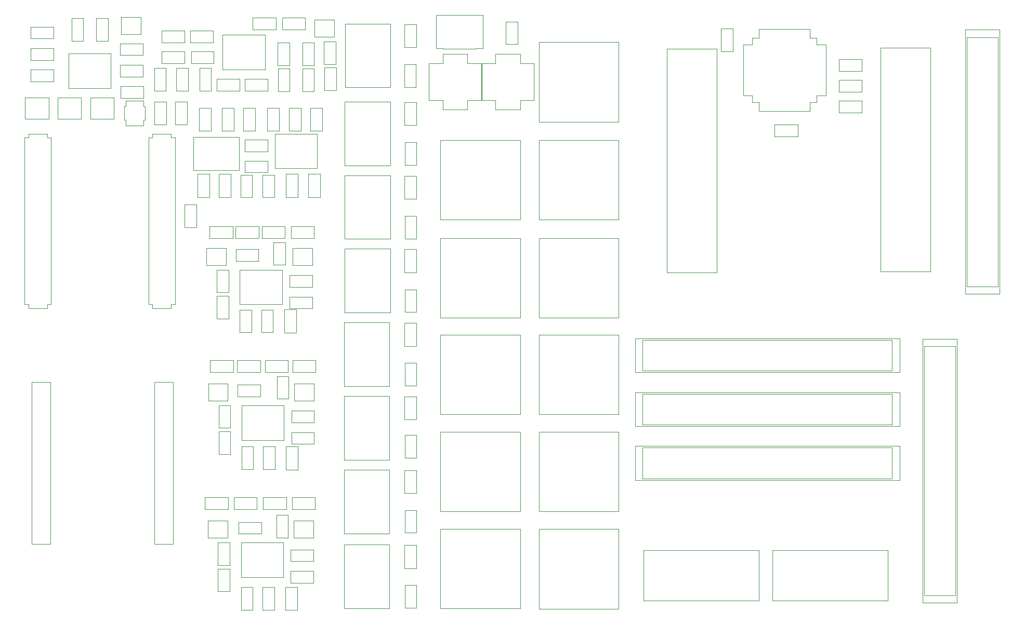
<source format=gbr>
%TF.GenerationSoftware,KiCad,Pcbnew,(6.0.8-1)-1*%
%TF.CreationDate,2022-11-09T12:39:37-05:00*%
%TF.ProjectId,HermEIS,4865726d-4549-4532-9e6b-696361645f70,rev?*%
%TF.SameCoordinates,Original*%
%TF.FileFunction,Other,User*%
%FSLAX46Y46*%
G04 Gerber Fmt 4.6, Leading zero omitted, Abs format (unit mm)*
G04 Created by KiCad (PCBNEW (6.0.8-1)-1) date 2022-11-09 12:39:37*
%MOMM*%
%LPD*%
G01*
G04 APERTURE LIST*
%ADD10C,0.050000*%
G04 APERTURE END LIST*
D10*
%TO.C,J2*%
X100500000Y-50750000D02*
X113500000Y-50750000D01*
X113500000Y-50750000D02*
X113500000Y-63750000D01*
X113500000Y-63750000D02*
X100500000Y-63750000D01*
X100500000Y-63750000D02*
X100500000Y-50750000D01*
%TO.C,U9*%
X49222200Y-44348400D02*
X52117800Y-44348400D01*
X52371800Y-45224700D02*
X52371800Y-47485300D01*
X52117800Y-44348400D02*
X52117800Y-45224700D01*
X52117800Y-48361600D02*
X49222200Y-48361600D01*
X49222200Y-47485300D02*
X48968200Y-47485300D01*
X49222200Y-44348400D02*
X49222200Y-45224700D01*
X52117800Y-47485300D02*
X52117800Y-48361600D01*
X49222200Y-48361600D02*
X49222200Y-47485300D01*
X48968200Y-47485300D02*
X48968200Y-45224700D01*
X52371800Y-47485300D02*
X52117800Y-47485300D01*
X48968200Y-45224700D02*
X49222200Y-45224700D01*
X52117800Y-45224700D02*
X52371800Y-45224700D01*
%TO.C,J7*%
X100500000Y-66750000D02*
X113500000Y-66750000D01*
X113500000Y-66750000D02*
X113500000Y-79750000D01*
X113500000Y-79750000D02*
X100500000Y-79750000D01*
X100500000Y-79750000D02*
X100500000Y-66750000D01*
%TO.C,R46*%
X76120000Y-121055000D02*
X79820000Y-121055000D01*
X79820000Y-122955000D02*
X76120000Y-122955000D01*
X76120000Y-122955000D02*
X76120000Y-121055000D01*
X79820000Y-121055000D02*
X79820000Y-122955000D01*
%TO.C,C12*%
X46350000Y-30825000D02*
X46350000Y-34585000D01*
X46350000Y-34585000D02*
X44390000Y-34585000D01*
X44390000Y-34585000D02*
X44390000Y-30825000D01*
X44390000Y-30825000D02*
X46350000Y-30825000D01*
%TO.C,C15*%
X66650000Y-64775000D02*
X66650000Y-66735000D01*
X62890000Y-64775000D02*
X66650000Y-64775000D01*
X62890000Y-66735000D02*
X62890000Y-64775000D01*
X66650000Y-66735000D02*
X62890000Y-66735000D01*
%TO.C,J19*%
X137356000Y-72367600D02*
X145484000Y-72367600D01*
X137356000Y-35842400D02*
X137356000Y-72367600D01*
X145484000Y-35842400D02*
X137356000Y-35842400D01*
X145484000Y-72367600D02*
X145484000Y-35842400D01*
%TO.C,C9*%
X53890000Y-44475000D02*
X55850000Y-44475000D01*
X53890000Y-48235000D02*
X53890000Y-44475000D01*
X55850000Y-48235000D02*
X53890000Y-48235000D01*
X55850000Y-44475000D02*
X55850000Y-48235000D01*
%TO.C,U14*%
X76420000Y-68355000D02*
X79620000Y-68355000D01*
X76420000Y-68355000D02*
X76420000Y-71155000D01*
X79620000Y-71155000D02*
X79620000Y-68355000D01*
X76420000Y-71155000D02*
X79620000Y-71155000D01*
%TO.C,C46*%
X58790000Y-64995000D02*
X58790000Y-61235000D01*
X58790000Y-61235000D02*
X60750000Y-61235000D01*
X60750000Y-61235000D02*
X60750000Y-64995000D01*
X60750000Y-64995000D02*
X58790000Y-64995000D01*
%TO.C,J18*%
X185994200Y-32765800D02*
X185994200Y-75844200D01*
X191277400Y-74625000D02*
X191277400Y-33985000D01*
X191531400Y-32765800D02*
X185994200Y-32765800D01*
X191531400Y-75844200D02*
X191531400Y-32765800D01*
X186248200Y-74625000D02*
X191277400Y-74625000D01*
X186248200Y-33985000D02*
X186248200Y-74625000D01*
X191277400Y-33985000D02*
X186248200Y-33985000D01*
X185994200Y-75844200D02*
X191531400Y-75844200D01*
%TO.C,R3*%
X94670000Y-54805000D02*
X94670000Y-51105000D01*
X96570000Y-51105000D02*
X96570000Y-54805000D01*
X94670000Y-51105000D02*
X96570000Y-51105000D01*
X96570000Y-54805000D02*
X94670000Y-54805000D01*
%TO.C,R30*%
X71170000Y-92555000D02*
X67470000Y-92555000D01*
X71170000Y-90655000D02*
X71170000Y-92555000D01*
X67470000Y-90655000D02*
X71170000Y-90655000D01*
X67470000Y-92555000D02*
X67470000Y-90655000D01*
%TO.C,C34*%
X74250000Y-49235000D02*
X72290000Y-49235000D01*
X74250000Y-45475000D02*
X74250000Y-49235000D01*
X72290000Y-49235000D02*
X72290000Y-45475000D01*
X72290000Y-45475000D02*
X74250000Y-45475000D01*
%TO.C,C30*%
X70600000Y-109025000D02*
X70600000Y-110985000D01*
X70600000Y-110985000D02*
X66840000Y-110985000D01*
X66840000Y-109025000D02*
X70600000Y-109025000D01*
X66840000Y-110985000D02*
X66840000Y-109025000D01*
%TO.C,R18*%
X67820000Y-82105000D02*
X67820000Y-78405000D01*
X69720000Y-82105000D02*
X67820000Y-82105000D01*
X69720000Y-78405000D02*
X69720000Y-82105000D01*
X67820000Y-78405000D02*
X69720000Y-78405000D01*
%TO.C,C28*%
X76340000Y-110985000D02*
X76340000Y-109025000D01*
X76340000Y-109025000D02*
X80100000Y-109025000D01*
X80100000Y-109025000D02*
X80100000Y-110985000D01*
X80100000Y-110985000D02*
X76340000Y-110985000D01*
%TO.C,J17*%
X184357400Y-125015000D02*
X184357400Y-84375000D01*
X179328200Y-125015000D02*
X184357400Y-125015000D01*
X179074200Y-83155800D02*
X179074200Y-126234200D01*
X184357400Y-84375000D02*
X179328200Y-84375000D01*
X179328200Y-84375000D02*
X179328200Y-125015000D01*
X184611400Y-83155800D02*
X179074200Y-83155800D01*
X179074200Y-126234200D02*
X184611400Y-126234200D01*
X184611400Y-126234200D02*
X184611400Y-83155800D01*
%TO.C,R25*%
X66270000Y-98255000D02*
X66270000Y-101955000D01*
X66270000Y-101955000D02*
X64370000Y-101955000D01*
X64370000Y-98255000D02*
X66270000Y-98255000D01*
X64370000Y-101955000D02*
X64370000Y-98255000D01*
%TO.C,SW2*%
X107124500Y-44263000D02*
X104876600Y-44263000D01*
X98615500Y-38247000D02*
X100863400Y-38247000D01*
X100863400Y-36746500D02*
X104876600Y-36746500D01*
X104876600Y-38247000D02*
X107124500Y-38247000D01*
X104876600Y-45763500D02*
X100863400Y-45763500D01*
X104876600Y-36746500D02*
X104876600Y-38247000D01*
X104876600Y-44263000D02*
X104876600Y-45763500D01*
X98615500Y-44263000D02*
X98615500Y-38247000D01*
X100863400Y-38247000D02*
X100863400Y-36746500D01*
X100863400Y-45763500D02*
X100863400Y-44263000D01*
X100863400Y-44263000D02*
X98615500Y-44263000D01*
X107124500Y-38247000D02*
X107124500Y-44263000D01*
%TO.C,C20*%
X62977500Y-86625000D02*
X66737500Y-86625000D01*
X66737500Y-88585000D02*
X62977500Y-88585000D01*
X62977500Y-88585000D02*
X62977500Y-86625000D01*
X66737500Y-86625000D02*
X66737500Y-88585000D01*
%TO.C,R9*%
X94670000Y-127055000D02*
X94670000Y-123355000D01*
X96570000Y-123355000D02*
X96570000Y-127055000D01*
X96570000Y-127055000D02*
X94670000Y-127055000D01*
X94670000Y-123355000D02*
X96570000Y-123355000D01*
%TO.C,J16*%
X53591700Y-77544000D02*
X53591700Y-78179000D01*
X56639700Y-77544000D02*
X57274700Y-77544000D01*
X56639700Y-50366000D02*
X56639700Y-49731000D01*
X52956700Y-50366000D02*
X52956700Y-77544000D01*
X56639700Y-49731000D02*
X53591700Y-49731000D01*
X57274700Y-77544000D02*
X57274700Y-50366000D01*
X56639700Y-78179000D02*
X56639700Y-77544000D01*
X53591700Y-49731000D02*
X53591700Y-50366000D01*
X57274700Y-50366000D02*
X56639700Y-50366000D01*
X53591700Y-50366000D02*
X52956700Y-50366000D01*
X53591700Y-78179000D02*
X56639700Y-78179000D01*
X52956700Y-77544000D02*
X53591700Y-77544000D01*
%TO.C,R34*%
X59870000Y-36305000D02*
X63570000Y-36305000D01*
X63570000Y-36305000D02*
X63570000Y-38205000D01*
X63570000Y-38205000D02*
X59870000Y-38205000D01*
X59870000Y-38205000D02*
X59870000Y-36305000D01*
%TO.C,U21*%
X68020000Y-116405000D02*
X68020000Y-122055000D01*
X74920000Y-116405000D02*
X74920000Y-122055000D01*
X68020000Y-122055000D02*
X74920000Y-122055000D01*
X68020000Y-116405000D02*
X74920000Y-116405000D01*
%TO.C,R53*%
X61220000Y-45505000D02*
X63120000Y-45505000D01*
X63120000Y-49205000D02*
X61220000Y-49205000D01*
X61220000Y-49205000D02*
X61220000Y-45505000D01*
X63120000Y-45505000D02*
X63120000Y-49205000D01*
%TO.C,J20*%
X180314000Y-35687400D02*
X172186000Y-35687400D01*
X172186000Y-35687400D02*
X172186000Y-72212600D01*
X180314000Y-72212600D02*
X180314000Y-35687400D01*
X172186000Y-72212600D02*
X180314000Y-72212600D01*
%TO.C,U5*%
X84790000Y-90875000D02*
X92190000Y-90875000D01*
X84790000Y-80475000D02*
X84790000Y-90875000D01*
X92190000Y-90875000D02*
X92190000Y-80475000D01*
X92190000Y-80475000D02*
X84790000Y-80475000D01*
%TO.C,R56*%
X61270000Y-42705000D02*
X61270000Y-39005000D01*
X63170000Y-39005000D02*
X63170000Y-42705000D01*
X63170000Y-42705000D02*
X61270000Y-42705000D01*
X61270000Y-39005000D02*
X63170000Y-39005000D01*
%TO.C,R33*%
X63470000Y-34805000D02*
X59770000Y-34805000D01*
X59770000Y-34805000D02*
X59770000Y-32905000D01*
X59770000Y-32905000D02*
X63470000Y-32905000D01*
X63470000Y-32905000D02*
X63470000Y-34805000D01*
%TO.C,R23*%
X73320000Y-67405000D02*
X75220000Y-67405000D01*
X73320000Y-71105000D02*
X73320000Y-67405000D01*
X75220000Y-67405000D02*
X75220000Y-71105000D01*
X75220000Y-71105000D02*
X73320000Y-71105000D01*
%TO.C,R12*%
X52020000Y-38505000D02*
X52020000Y-40405000D01*
X48320000Y-40405000D02*
X48320000Y-38505000D01*
X48320000Y-38505000D02*
X52020000Y-38505000D01*
X52020000Y-40405000D02*
X48320000Y-40405000D01*
%TO.C,J6*%
X116520000Y-34780000D02*
X129520000Y-34780000D01*
X129520000Y-34780000D02*
X129520000Y-47780000D01*
X129520000Y-47780000D02*
X116520000Y-47780000D01*
X116520000Y-47780000D02*
X116520000Y-34780000D01*
%TO.C,U10*%
X39920000Y-36605000D02*
X46820000Y-36605000D01*
X46820000Y-36605000D02*
X46820000Y-42255000D01*
X39920000Y-42255000D02*
X46820000Y-42255000D01*
X39920000Y-36605000D02*
X39920000Y-42255000D01*
%TO.C,R16*%
X64070000Y-71905000D02*
X65970000Y-71905000D01*
X65970000Y-71905000D02*
X65970000Y-75605000D01*
X65970000Y-75605000D02*
X64070000Y-75605000D01*
X64070000Y-75605000D02*
X64070000Y-71905000D01*
%TO.C,R17*%
X65970000Y-76155000D02*
X65970000Y-79855000D01*
X64070000Y-79855000D02*
X64070000Y-76155000D01*
X65970000Y-79855000D02*
X64070000Y-79855000D01*
X64070000Y-76155000D02*
X65970000Y-76155000D01*
%TO.C,R47*%
X71320000Y-114955000D02*
X67620000Y-114955000D01*
X67620000Y-114955000D02*
X67620000Y-113055000D01*
X67620000Y-113055000D02*
X71320000Y-113055000D01*
X71320000Y-113055000D02*
X71320000Y-114955000D01*
%TO.C,R24*%
X64370000Y-94005000D02*
X66270000Y-94005000D01*
X66270000Y-94005000D02*
X66270000Y-97705000D01*
X64370000Y-97705000D02*
X64370000Y-94005000D01*
X66270000Y-97705000D02*
X64370000Y-97705000D01*
%TO.C,C13*%
X75040000Y-78375000D02*
X77000000Y-78375000D01*
X77000000Y-78375000D02*
X77000000Y-82135000D01*
X75040000Y-82135000D02*
X75040000Y-78375000D01*
X77000000Y-82135000D02*
X75040000Y-82135000D01*
%TO.C,R28*%
X76220000Y-96805000D02*
X76220000Y-94905000D01*
X79920000Y-94905000D02*
X79920000Y-96805000D01*
X76220000Y-94905000D02*
X79920000Y-94905000D01*
X79920000Y-96805000D02*
X76220000Y-96805000D01*
%TO.C,R20*%
X79620000Y-74705000D02*
X75920000Y-74705000D01*
X75920000Y-72805000D02*
X79620000Y-72805000D01*
X75920000Y-74705000D02*
X75920000Y-72805000D01*
X79620000Y-72805000D02*
X79620000Y-74705000D01*
%TO.C,C25*%
X75950000Y-38585000D02*
X73990000Y-38585000D01*
X73990000Y-34825000D02*
X75950000Y-34825000D01*
X75950000Y-34825000D02*
X75950000Y-38585000D01*
X73990000Y-38585000D02*
X73990000Y-34825000D01*
%TO.C,R49*%
X73420000Y-60105000D02*
X71520000Y-60105000D01*
X71520000Y-56405000D02*
X73420000Y-56405000D01*
X73420000Y-56405000D02*
X73420000Y-60105000D01*
X71520000Y-60105000D02*
X71520000Y-56405000D01*
%TO.C,J21*%
X132220800Y-91887533D02*
X132220800Y-97424733D01*
X132220800Y-97424733D02*
X175299200Y-97424733D01*
X175299200Y-91887533D02*
X132220800Y-91887533D01*
X133440000Y-97170733D02*
X174080000Y-97170733D01*
X133440000Y-92141533D02*
X133440000Y-97170733D01*
X174080000Y-97170733D02*
X174080000Y-92141533D01*
X174080000Y-92141533D02*
X133440000Y-92141533D01*
X175299200Y-97424733D02*
X175299200Y-91887533D01*
%TO.C,C17*%
X71390000Y-66735000D02*
X71390000Y-64775000D01*
X71390000Y-64775000D02*
X75150000Y-64775000D01*
X75150000Y-66735000D02*
X71390000Y-66735000D01*
X75150000Y-64775000D02*
X75150000Y-66735000D01*
%TO.C,C42*%
X75790000Y-45475000D02*
X77750000Y-45475000D01*
X75790000Y-49235000D02*
X75790000Y-45475000D01*
X77750000Y-45475000D02*
X77750000Y-49235000D01*
X77750000Y-49235000D02*
X75790000Y-49235000D01*
%TO.C,R52*%
X72320000Y-54105000D02*
X72320000Y-56005000D01*
X72320000Y-56005000D02*
X68620000Y-56005000D01*
X68620000Y-56005000D02*
X68620000Y-54105000D01*
X68620000Y-54105000D02*
X72320000Y-54105000D01*
%TO.C,C4*%
X96600000Y-92575000D02*
X96600000Y-96335000D01*
X94640000Y-96335000D02*
X94640000Y-92575000D01*
X96600000Y-96335000D02*
X94640000Y-96335000D01*
X94640000Y-92575000D02*
X96600000Y-92575000D01*
%TO.C,R6*%
X96570000Y-66805000D02*
X94670000Y-66805000D01*
X96570000Y-63105000D02*
X96570000Y-66805000D01*
X94670000Y-66805000D02*
X94670000Y-63105000D01*
X94670000Y-63105000D02*
X96570000Y-63105000D01*
%TO.C,R42*%
X66170000Y-124355000D02*
X64270000Y-124355000D01*
X66170000Y-120655000D02*
X66170000Y-124355000D01*
X64270000Y-124355000D02*
X64270000Y-120655000D01*
X64270000Y-120655000D02*
X66170000Y-120655000D01*
%TO.C,C3*%
X94640000Y-44575000D02*
X96600000Y-44575000D01*
X96600000Y-48335000D02*
X94640000Y-48335000D01*
X94640000Y-48335000D02*
X94640000Y-44575000D01*
X96600000Y-44575000D02*
X96600000Y-48335000D01*
%TO.C,C8*%
X96600000Y-104575000D02*
X96600000Y-108335000D01*
X94640000Y-108335000D02*
X94640000Y-104575000D01*
X96600000Y-108335000D02*
X94640000Y-108335000D01*
X94640000Y-104575000D02*
X96600000Y-104575000D01*
%TO.C,SW1*%
X100914900Y-30336000D02*
X100914900Y-30319100D01*
X106325100Y-30319100D02*
X106325100Y-30336000D01*
X100914900Y-30319100D02*
X106325100Y-30319100D01*
X107430000Y-30336000D02*
X107430000Y-35814000D01*
X100914900Y-35814000D02*
X99810000Y-35814000D01*
X100914900Y-35830900D02*
X100914900Y-35814000D01*
X107430000Y-35814000D02*
X106325100Y-35814000D01*
X99810000Y-35814000D02*
X99810000Y-30336000D01*
X106325100Y-30336000D02*
X107430000Y-30336000D01*
X106325100Y-35814000D02*
X106325100Y-35830900D01*
X106325100Y-35830900D02*
X100914900Y-35830900D01*
X99810000Y-30336000D02*
X100914900Y-30336000D01*
%TO.C,R10*%
X52020000Y-36905000D02*
X48320000Y-36905000D01*
X48320000Y-36905000D02*
X48320000Y-35005000D01*
X52020000Y-35005000D02*
X52020000Y-36905000D01*
X48320000Y-35005000D02*
X52020000Y-35005000D01*
%TO.C,R35*%
X64070000Y-42705000D02*
X64070000Y-40805000D01*
X64070000Y-40805000D02*
X67770000Y-40805000D01*
X67770000Y-40805000D02*
X67770000Y-42705000D01*
X67770000Y-42705000D02*
X64070000Y-42705000D01*
%TO.C,U12*%
X62370000Y-68355000D02*
X62370000Y-71155000D01*
X62370000Y-71155000D02*
X65570000Y-71155000D01*
X62370000Y-68355000D02*
X65570000Y-68355000D01*
X65570000Y-71155000D02*
X65570000Y-68355000D01*
%TO.C,U11*%
X48470000Y-33455000D02*
X51670000Y-33455000D01*
X51670000Y-33455000D02*
X51670000Y-30655000D01*
X48470000Y-30655000D02*
X48470000Y-33455000D01*
X48470000Y-30655000D02*
X51670000Y-30655000D01*
%TO.C,U8*%
X92190000Y-116725000D02*
X84790000Y-116725000D01*
X84790000Y-127125000D02*
X92190000Y-127125000D01*
X84790000Y-116725000D02*
X84790000Y-127125000D01*
X92190000Y-127125000D02*
X92190000Y-116725000D01*
%TO.C,J22*%
X174080000Y-88387400D02*
X174080000Y-83358200D01*
X174080000Y-83358200D02*
X133440000Y-83358200D01*
X175299200Y-83104200D02*
X132220800Y-83104200D01*
X175299200Y-88641400D02*
X175299200Y-83104200D01*
X132220800Y-88641400D02*
X175299200Y-88641400D01*
X133440000Y-88387400D02*
X174080000Y-88387400D01*
X133440000Y-83358200D02*
X133440000Y-88387400D01*
X132220800Y-83104200D02*
X132220800Y-88641400D01*
%TO.C,J11*%
X116520000Y-114175000D02*
X129520000Y-114175000D01*
X129520000Y-114175000D02*
X129520000Y-127175000D01*
X129520000Y-127175000D02*
X116520000Y-127175000D01*
X116520000Y-127175000D02*
X116520000Y-114175000D01*
%TO.C,J5*%
X100500000Y-114170000D02*
X113500000Y-114170000D01*
X113500000Y-114170000D02*
X113500000Y-127170000D01*
X113500000Y-127170000D02*
X100500000Y-127170000D01*
X100500000Y-127170000D02*
X100500000Y-114170000D01*
%TO.C,R1*%
X94620000Y-38405000D02*
X96520000Y-38405000D01*
X94620000Y-42105000D02*
X94620000Y-38405000D01*
X96520000Y-38405000D02*
X96520000Y-42105000D01*
X96520000Y-42105000D02*
X94620000Y-42105000D01*
%TO.C,C19*%
X80162500Y-86625000D02*
X80162500Y-88585000D01*
X80162500Y-88585000D02*
X76402500Y-88585000D01*
X76402500Y-86625000D02*
X80162500Y-86625000D01*
X76402500Y-88585000D02*
X76402500Y-86625000D01*
%TO.C,R54*%
X55070000Y-36305000D02*
X58770000Y-36305000D01*
X58770000Y-38205000D02*
X55070000Y-38205000D01*
X58770000Y-36305000D02*
X58770000Y-38205000D01*
X55070000Y-38205000D02*
X55070000Y-36305000D01*
%TO.C,U17*%
X76670000Y-90455000D02*
X79870000Y-90455000D01*
X76670000Y-90455000D02*
X76670000Y-93255000D01*
X79870000Y-93255000D02*
X79870000Y-90455000D01*
X76670000Y-93255000D02*
X79870000Y-93255000D01*
%TO.C,D2*%
X41990000Y-47255000D02*
X41990000Y-43855000D01*
X38150000Y-43855000D02*
X38150000Y-47255000D01*
X38150000Y-47255000D02*
X41990000Y-47255000D01*
X41990000Y-43855000D02*
X38150000Y-43855000D01*
%TO.C,U1*%
X84970000Y-31755000D02*
X84970000Y-42155000D01*
X84970000Y-42155000D02*
X92370000Y-42155000D01*
X92370000Y-31755000D02*
X84970000Y-31755000D01*
X92370000Y-42155000D02*
X92370000Y-31755000D01*
%TO.C,R4*%
X94670000Y-98855000D02*
X96570000Y-98855000D01*
X94670000Y-102555000D02*
X94670000Y-98855000D01*
X96570000Y-98855000D02*
X96570000Y-102555000D01*
X96570000Y-102555000D02*
X94670000Y-102555000D01*
%TO.C,C35*%
X148150000Y-36305000D02*
X146190000Y-36305000D01*
X146190000Y-32545000D02*
X148150000Y-32545000D01*
X146190000Y-36305000D02*
X146190000Y-32545000D01*
X148150000Y-32545000D02*
X148150000Y-36305000D01*
%TO.C,R5*%
X113070000Y-35125000D02*
X111170000Y-35125000D01*
X111170000Y-35125000D02*
X111170000Y-31425000D01*
X111170000Y-31425000D02*
X113070000Y-31425000D01*
X113070000Y-31425000D02*
X113070000Y-35125000D01*
%TO.C,R48*%
X75670000Y-115605000D02*
X73770000Y-115605000D01*
X73770000Y-111905000D02*
X75670000Y-111905000D01*
X73770000Y-115605000D02*
X73770000Y-111905000D01*
X75670000Y-111905000D02*
X75670000Y-115605000D01*
%TO.C,R43*%
X69920000Y-123655000D02*
X69920000Y-127355000D01*
X68020000Y-123655000D02*
X69920000Y-123655000D01*
X68020000Y-127355000D02*
X68020000Y-123655000D01*
X69920000Y-127355000D02*
X68020000Y-127355000D01*
%TO.C,C39*%
X78990000Y-56275000D02*
X80950000Y-56275000D01*
X80950000Y-56275000D02*
X80950000Y-60035000D01*
X78990000Y-60035000D02*
X78990000Y-56275000D01*
X80950000Y-60035000D02*
X78990000Y-60035000D01*
%TO.C,R11*%
X37470000Y-32305000D02*
X37470000Y-34205000D01*
X33770000Y-32305000D02*
X37470000Y-32305000D01*
X33770000Y-34205000D02*
X33770000Y-32305000D01*
X37470000Y-34205000D02*
X33770000Y-34205000D01*
%TO.C,U19*%
X79982500Y-31105000D02*
X83182500Y-31105000D01*
X79982500Y-33905000D02*
X83182500Y-33905000D01*
X83182500Y-33905000D02*
X83182500Y-31105000D01*
X79982500Y-31105000D02*
X79982500Y-33905000D01*
%TO.C,U6*%
X84790000Y-92475000D02*
X84790000Y-102875000D01*
X92190000Y-92475000D02*
X84790000Y-92475000D01*
X92190000Y-102875000D02*
X92190000Y-92475000D01*
X84790000Y-102875000D02*
X92190000Y-102875000D01*
%TO.C,R38*%
X78020000Y-42805000D02*
X78020000Y-39105000D01*
X78020000Y-39105000D02*
X79920000Y-39105000D01*
X79920000Y-39105000D02*
X79920000Y-42805000D01*
X79920000Y-42805000D02*
X78020000Y-42805000D01*
%TO.C,C26*%
X83550000Y-38875000D02*
X83550000Y-42635000D01*
X81590000Y-42635000D02*
X81590000Y-38875000D01*
X83550000Y-42635000D02*
X81590000Y-42635000D01*
X81590000Y-38875000D02*
X83550000Y-38875000D01*
%TO.C,R44*%
X71520000Y-127355000D02*
X71520000Y-123655000D01*
X73420000Y-127355000D02*
X71520000Y-127355000D01*
X73420000Y-123655000D02*
X73420000Y-127355000D01*
X71520000Y-123655000D02*
X73420000Y-123655000D01*
%TO.C,U22*%
X76620000Y-115655000D02*
X79820000Y-115655000D01*
X76620000Y-112855000D02*
X76620000Y-115655000D01*
X79820000Y-115655000D02*
X79820000Y-112855000D01*
X76620000Y-112855000D02*
X79820000Y-112855000D01*
%TO.C,U25*%
X73520000Y-49705000D02*
X80420000Y-49705000D01*
X73520000Y-55355000D02*
X80420000Y-55355000D01*
X73520000Y-49705000D02*
X73520000Y-55355000D01*
X80420000Y-49705000D02*
X80420000Y-55355000D01*
%TO.C,C44*%
X165370000Y-44320000D02*
X169130000Y-44320000D01*
X169130000Y-44320000D02*
X169130000Y-46280000D01*
X165370000Y-46280000D02*
X165370000Y-44320000D01*
X169130000Y-46280000D02*
X165370000Y-46280000D01*
%TO.C,R51*%
X72320000Y-52605000D02*
X68620000Y-52605000D01*
X72320000Y-50705000D02*
X72320000Y-52605000D01*
X68620000Y-52605000D02*
X68620000Y-50705000D01*
X68620000Y-50705000D02*
X72320000Y-50705000D01*
%TO.C,R8*%
X94670000Y-75105000D02*
X96570000Y-75105000D01*
X96570000Y-75105000D02*
X96570000Y-78805000D01*
X94670000Y-78805000D02*
X94670000Y-75105000D01*
X96570000Y-78805000D02*
X94670000Y-78805000D01*
%TO.C,J15*%
X56931500Y-116593000D02*
X56931500Y-90177000D01*
X56931500Y-90177000D02*
X53883500Y-90177000D01*
X53883500Y-90177000D02*
X53883500Y-116593000D01*
X53883500Y-116593000D02*
X56931500Y-116593000D01*
%TO.C,J10*%
X116520000Y-98325000D02*
X129520000Y-98325000D01*
X129520000Y-98325000D02*
X129520000Y-111325000D01*
X129520000Y-111325000D02*
X116520000Y-111325000D01*
X116520000Y-111325000D02*
X116520000Y-98325000D01*
%TO.C,C11*%
X96600000Y-116825000D02*
X96600000Y-120585000D01*
X94640000Y-116825000D02*
X96600000Y-116825000D01*
X96600000Y-120585000D02*
X94640000Y-120585000D01*
X94640000Y-120585000D02*
X94640000Y-116825000D01*
%TO.C,R14*%
X33770000Y-41155000D02*
X33770000Y-39255000D01*
X37470000Y-41155000D02*
X33770000Y-41155000D01*
X37470000Y-39255000D02*
X37470000Y-41155000D01*
X33770000Y-39255000D02*
X37470000Y-39255000D01*
%TO.C,J1*%
X116520000Y-50755000D02*
X129520000Y-50755000D01*
X129520000Y-50755000D02*
X129520000Y-63755000D01*
X129520000Y-63755000D02*
X116520000Y-63755000D01*
X116520000Y-63755000D02*
X116520000Y-50755000D01*
%TO.C,R55*%
X53870000Y-42705000D02*
X53870000Y-39005000D01*
X55770000Y-39005000D02*
X55770000Y-42705000D01*
X53870000Y-39005000D02*
X55770000Y-39005000D01*
X55770000Y-42705000D02*
X53870000Y-42705000D01*
%TO.C,C27*%
X77200000Y-123625000D02*
X77200000Y-127385000D01*
X75240000Y-123625000D02*
X77200000Y-123625000D01*
X75240000Y-127385000D02*
X75240000Y-123625000D01*
X77200000Y-127385000D02*
X75240000Y-127385000D01*
%TO.C,R36*%
X72370000Y-42705000D02*
X68670000Y-42705000D01*
X68670000Y-40805000D02*
X72370000Y-40805000D01*
X68670000Y-42705000D02*
X68670000Y-40805000D01*
X72370000Y-40805000D02*
X72370000Y-42705000D01*
%TO.C,U3*%
X84920000Y-66875000D02*
X92320000Y-66875000D01*
X92320000Y-66875000D02*
X92320000Y-56475000D01*
X84920000Y-56475000D02*
X84920000Y-66875000D01*
X92320000Y-56475000D02*
X84920000Y-56475000D01*
%TO.C,C29*%
X65887500Y-110985000D02*
X62127500Y-110985000D01*
X65887500Y-109025000D02*
X65887500Y-110985000D01*
X62127500Y-110985000D02*
X62127500Y-109025000D01*
X62127500Y-109025000D02*
X65887500Y-109025000D01*
%TO.C,C18*%
X75340000Y-104485000D02*
X75340000Y-100725000D01*
X75340000Y-100725000D02*
X77300000Y-100725000D01*
X77300000Y-100725000D02*
X77300000Y-104485000D01*
X77300000Y-104485000D02*
X75340000Y-104485000D01*
%TO.C,C16*%
X70900000Y-66735000D02*
X67140000Y-66735000D01*
X67140000Y-66735000D02*
X67140000Y-64775000D01*
X70900000Y-64775000D02*
X70900000Y-66735000D01*
X67140000Y-64775000D02*
X70900000Y-64775000D01*
%TO.C,C43*%
X79290000Y-45475000D02*
X81250000Y-45475000D01*
X81250000Y-49235000D02*
X79290000Y-49235000D01*
X81250000Y-45475000D02*
X81250000Y-49235000D01*
X79290000Y-49235000D02*
X79290000Y-45475000D01*
%TO.C,J8*%
X116520000Y-66755000D02*
X129520000Y-66755000D01*
X129520000Y-66755000D02*
X129520000Y-79755000D01*
X129520000Y-79755000D02*
X116520000Y-79755000D01*
X116520000Y-79755000D02*
X116520000Y-66755000D01*
%TO.C,J4*%
X100500000Y-98320000D02*
X113500000Y-98320000D01*
X113500000Y-98320000D02*
X113500000Y-111320000D01*
X113500000Y-111320000D02*
X100500000Y-111320000D01*
X100500000Y-111320000D02*
X100500000Y-98320000D01*
%TO.C,U24*%
X160700000Y-32600000D02*
X160700000Y-34050000D01*
X161800000Y-35150000D02*
X163250000Y-35150000D01*
X156550000Y-46000000D02*
X160700000Y-46000000D01*
X161800000Y-34050000D02*
X161800000Y-35150000D01*
X160700000Y-44550000D02*
X161800000Y-44550000D01*
X156550000Y-32600000D02*
X160700000Y-32600000D01*
X163250000Y-35150000D02*
X163250000Y-39300000D01*
X151300000Y-34050000D02*
X151300000Y-35150000D01*
X151300000Y-43450000D02*
X149850000Y-43450000D01*
X161800000Y-44550000D02*
X161800000Y-43450000D01*
X151300000Y-44550000D02*
X151300000Y-43450000D01*
X160700000Y-34050000D02*
X161800000Y-34050000D01*
X151300000Y-35150000D02*
X149850000Y-35150000D01*
X149850000Y-43450000D02*
X149850000Y-39300000D01*
X161800000Y-43450000D02*
X163250000Y-43450000D01*
X156550000Y-32600000D02*
X152400000Y-32600000D01*
X152400000Y-46000000D02*
X152400000Y-44550000D01*
X152400000Y-32600000D02*
X152400000Y-34050000D01*
X152400000Y-34050000D02*
X151300000Y-34050000D01*
X156550000Y-46000000D02*
X152400000Y-46000000D01*
X163250000Y-43450000D02*
X163250000Y-39300000D01*
X160700000Y-46000000D02*
X160700000Y-44550000D01*
X152400000Y-44550000D02*
X151300000Y-44550000D01*
X149850000Y-35150000D02*
X149850000Y-39300000D01*
%TO.C,U15*%
X62670000Y-90455000D02*
X62670000Y-93255000D01*
X65870000Y-93255000D02*
X65870000Y-90455000D01*
X62670000Y-90455000D02*
X65870000Y-90455000D01*
X62670000Y-93255000D02*
X65870000Y-93255000D01*
%TO.C,R19*%
X71320000Y-82105000D02*
X71320000Y-78405000D01*
X73220000Y-82105000D02*
X71320000Y-82105000D01*
X73220000Y-78405000D02*
X73220000Y-82105000D01*
X71320000Y-78405000D02*
X73220000Y-78405000D01*
%TO.C,C22*%
X75700000Y-86625000D02*
X75700000Y-88585000D01*
X75700000Y-88585000D02*
X71940000Y-88585000D01*
X71940000Y-86625000D02*
X75700000Y-86625000D01*
X71940000Y-88585000D02*
X71940000Y-86625000D01*
%TO.C,C1*%
X94590000Y-35635000D02*
X94590000Y-31875000D01*
X96550000Y-31875000D02*
X96550000Y-35635000D01*
X94590000Y-31875000D02*
X96550000Y-31875000D01*
X96550000Y-35635000D02*
X94590000Y-35635000D01*
%TO.C,R31*%
X75770000Y-92955000D02*
X73870000Y-92955000D01*
X73870000Y-92955000D02*
X73870000Y-89255000D01*
X75770000Y-89255000D02*
X75770000Y-92955000D01*
X73870000Y-89255000D02*
X75770000Y-89255000D01*
%TO.C,R57*%
X57470000Y-39005000D02*
X59370000Y-39005000D01*
X59370000Y-42705000D02*
X57470000Y-42705000D01*
X57470000Y-42705000D02*
X57470000Y-39005000D01*
X59370000Y-39005000D02*
X59370000Y-42705000D01*
%TO.C,C23*%
X78462500Y-32735000D02*
X74702500Y-32735000D01*
X74702500Y-32735000D02*
X74702500Y-30775000D01*
X74702500Y-30775000D02*
X78462500Y-30775000D01*
X78462500Y-30775000D02*
X78462500Y-32735000D01*
%TO.C,R32*%
X58770000Y-34805000D02*
X55070000Y-34805000D01*
X55070000Y-32905000D02*
X58770000Y-32905000D01*
X58770000Y-32905000D02*
X58770000Y-34805000D01*
X55070000Y-34805000D02*
X55070000Y-32905000D01*
%TO.C,U4*%
X92320000Y-78875000D02*
X92320000Y-68475000D01*
X84920000Y-78875000D02*
X92320000Y-78875000D01*
X92320000Y-68475000D02*
X84920000Y-68475000D01*
X84920000Y-68475000D02*
X84920000Y-78875000D01*
%TO.C,R45*%
X79820000Y-117555000D02*
X79820000Y-119455000D01*
X76120000Y-119455000D02*
X76120000Y-117555000D01*
X79820000Y-119455000D02*
X76120000Y-119455000D01*
X76120000Y-117555000D02*
X79820000Y-117555000D01*
%TO.C,C6*%
X59250000Y-44475000D02*
X59250000Y-48235000D01*
X57290000Y-44475000D02*
X59250000Y-44475000D01*
X57290000Y-48235000D02*
X57290000Y-44475000D01*
X59250000Y-48235000D02*
X57290000Y-48235000D01*
%TO.C,J3*%
X100500000Y-82470000D02*
X113500000Y-82470000D01*
X113500000Y-82470000D02*
X113500000Y-95470000D01*
X113500000Y-95470000D02*
X100500000Y-95470000D01*
X100500000Y-95470000D02*
X100500000Y-82470000D01*
%TO.C,J12*%
X175299200Y-106208066D02*
X175299200Y-100670866D01*
X133440000Y-100924866D02*
X133440000Y-105954066D01*
X174080000Y-105954066D02*
X174080000Y-100924866D01*
X174080000Y-100924866D02*
X133440000Y-100924866D01*
X133440000Y-105954066D02*
X174080000Y-105954066D01*
X132220800Y-106208066D02*
X175299200Y-106208066D01*
X132220800Y-100670866D02*
X132220800Y-106208066D01*
X175299200Y-100670866D02*
X132220800Y-100670866D01*
%TO.C,R29*%
X76220000Y-98405000D02*
X79920000Y-98405000D01*
X79920000Y-98405000D02*
X79920000Y-100305000D01*
X76220000Y-100305000D02*
X76220000Y-98405000D01*
X79920000Y-100305000D02*
X76220000Y-100305000D01*
%TO.C,R50*%
X67920000Y-56405000D02*
X69820000Y-56405000D01*
X67920000Y-60105000D02*
X67920000Y-56405000D01*
X69820000Y-56405000D02*
X69820000Y-60105000D01*
X69820000Y-60105000D02*
X67920000Y-60105000D01*
%TO.C,U13*%
X67820000Y-77555000D02*
X74720000Y-77555000D01*
X67820000Y-71905000D02*
X67820000Y-77555000D01*
X67820000Y-71905000D02*
X74720000Y-71905000D01*
X74720000Y-71905000D02*
X74720000Y-77555000D01*
%TO.C,R2*%
X96570000Y-87105000D02*
X96570000Y-90805000D01*
X96570000Y-90805000D02*
X94670000Y-90805000D01*
X94670000Y-87105000D02*
X96570000Y-87105000D01*
X94670000Y-90805000D02*
X94670000Y-87105000D01*
%TO.C,R21*%
X79620000Y-76305000D02*
X79620000Y-78205000D01*
X75920000Y-78205000D02*
X75920000Y-76305000D01*
X79620000Y-78205000D02*
X75920000Y-78205000D01*
X75920000Y-76305000D02*
X79620000Y-76305000D01*
%TO.C,U7*%
X92190000Y-104505000D02*
X84790000Y-104505000D01*
X84790000Y-114905000D02*
X92190000Y-114905000D01*
X84790000Y-104505000D02*
X84790000Y-114905000D01*
X92190000Y-114905000D02*
X92190000Y-104505000D01*
%TO.C,R41*%
X66170000Y-116405000D02*
X66170000Y-120105000D01*
X64270000Y-116405000D02*
X66170000Y-116405000D01*
X64270000Y-120105000D02*
X64270000Y-116405000D01*
X66170000Y-120105000D02*
X64270000Y-120105000D01*
%TO.C,C36*%
X154920000Y-48220000D02*
X158680000Y-48220000D01*
X158680000Y-50180000D02*
X154920000Y-50180000D01*
X158680000Y-48220000D02*
X158680000Y-50180000D01*
X154920000Y-50180000D02*
X154920000Y-48220000D01*
%TO.C,R26*%
X68120000Y-104455000D02*
X68120000Y-100755000D01*
X68120000Y-100755000D02*
X70020000Y-100755000D01*
X70020000Y-100755000D02*
X70020000Y-104455000D01*
X70020000Y-104455000D02*
X68120000Y-104455000D01*
%TO.C,R7*%
X96570000Y-111105000D02*
X96570000Y-114805000D01*
X94670000Y-114805000D02*
X94670000Y-111105000D01*
X94670000Y-111105000D02*
X96570000Y-111105000D01*
X96570000Y-114805000D02*
X94670000Y-114805000D01*
%TO.C,J14*%
X33386000Y-50366000D02*
X32751000Y-50366000D01*
X32751000Y-77544000D02*
X33386000Y-77544000D01*
X36434000Y-77544000D02*
X37069000Y-77544000D01*
X33386000Y-78179000D02*
X36434000Y-78179000D01*
X36434000Y-50366000D02*
X36434000Y-49731000D01*
X37069000Y-77544000D02*
X37069000Y-50366000D01*
X33386000Y-77544000D02*
X33386000Y-78179000D01*
X36434000Y-49731000D02*
X33386000Y-49731000D01*
X32751000Y-50366000D02*
X32751000Y-77544000D01*
X36434000Y-78179000D02*
X36434000Y-77544000D01*
X37069000Y-50366000D02*
X36434000Y-50366000D01*
X33386000Y-49731000D02*
X33386000Y-50366000D01*
%TO.C,C45*%
X169130000Y-40945000D02*
X169130000Y-42905000D01*
X165370000Y-40945000D02*
X169130000Y-40945000D01*
X169130000Y-42905000D02*
X165370000Y-42905000D01*
X165370000Y-42905000D02*
X165370000Y-40945000D01*
%TO.C,R15*%
X42320000Y-30855000D02*
X42320000Y-34555000D01*
X40420000Y-30855000D02*
X42320000Y-30855000D01*
X40420000Y-34555000D02*
X40420000Y-30855000D01*
X42320000Y-34555000D02*
X40420000Y-34555000D01*
%TO.C,S1*%
X154550000Y-117650000D02*
X154550000Y-125850000D01*
X154550000Y-125850000D02*
X173350000Y-125850000D01*
X173350000Y-117650000D02*
X154550000Y-117650000D01*
X173350000Y-125850000D02*
X173350000Y-117650000D01*
%TO.C,U18*%
X65020000Y-33605000D02*
X65020000Y-39255000D01*
X65020000Y-33605000D02*
X71920000Y-33605000D01*
X71920000Y-33605000D02*
X71920000Y-39255000D01*
X65020000Y-39255000D02*
X71920000Y-39255000D01*
%TO.C,D3*%
X43450000Y-47255000D02*
X47290000Y-47255000D01*
X43450000Y-43855000D02*
X43450000Y-47255000D01*
X47290000Y-47255000D02*
X47290000Y-43855000D01*
X47290000Y-43855000D02*
X43450000Y-43855000D01*
%TO.C,D1*%
X36690000Y-47255000D02*
X36690000Y-43855000D01*
X32850000Y-47255000D02*
X36690000Y-47255000D01*
X32850000Y-43855000D02*
X32850000Y-47255000D01*
X36690000Y-43855000D02*
X32850000Y-43855000D01*
%TO.C,C2*%
X94640000Y-80575000D02*
X96600000Y-80575000D01*
X96600000Y-84335000D02*
X94640000Y-84335000D01*
X96600000Y-80575000D02*
X96600000Y-84335000D01*
X94640000Y-84335000D02*
X94640000Y-80575000D01*
%TO.C,J13*%
X33896000Y-90177000D02*
X33896000Y-116593000D01*
X33896000Y-116593000D02*
X36944000Y-116593000D01*
X36944000Y-116593000D02*
X36944000Y-90177000D01*
X36944000Y-90177000D02*
X33896000Y-90177000D01*
%TO.C,C10*%
X96600000Y-68575000D02*
X96600000Y-72335000D01*
X94640000Y-72335000D02*
X94640000Y-68575000D01*
X96600000Y-72335000D02*
X94640000Y-72335000D01*
X94640000Y-68575000D02*
X96600000Y-68575000D01*
%TO.C,C14*%
X76140000Y-64775000D02*
X79900000Y-64775000D01*
X79900000Y-64775000D02*
X79900000Y-66735000D01*
X76140000Y-66735000D02*
X76140000Y-64775000D01*
X79900000Y-66735000D02*
X76140000Y-66735000D01*
%TO.C,C24*%
X69940000Y-30775000D02*
X73700000Y-30775000D01*
X73700000Y-30775000D02*
X73700000Y-32735000D01*
X69940000Y-32735000D02*
X69940000Y-30775000D01*
X73700000Y-32735000D02*
X69940000Y-32735000D01*
%TO.C,C5*%
X52150000Y-43935000D02*
X48390000Y-43935000D01*
X48390000Y-41975000D02*
X52150000Y-41975000D01*
X48390000Y-43935000D02*
X48390000Y-41975000D01*
X52150000Y-41975000D02*
X52150000Y-43935000D01*
%TO.C,C21*%
X67402500Y-88585000D02*
X67402500Y-86625000D01*
X67402500Y-86625000D02*
X71162500Y-86625000D01*
X71162500Y-86625000D02*
X71162500Y-88585000D01*
X71162500Y-88585000D02*
X67402500Y-88585000D01*
%TO.C,R39*%
X79920000Y-38555000D02*
X78020000Y-38555000D01*
X79920000Y-34855000D02*
X79920000Y-38555000D01*
X78020000Y-38555000D02*
X78020000Y-34855000D01*
X78020000Y-34855000D02*
X79920000Y-34855000D01*
%TO.C,U23*%
X67670000Y-50255000D02*
X60270000Y-50255000D01*
X60270000Y-50255000D02*
X60270000Y-55655000D01*
X60270000Y-55655000D02*
X67670000Y-55655000D01*
X67670000Y-55655000D02*
X67670000Y-50255000D01*
%TO.C,C38*%
X66350000Y-56275000D02*
X66350000Y-60035000D01*
X64390000Y-60035000D02*
X64390000Y-56275000D01*
X64390000Y-56275000D02*
X66350000Y-56275000D01*
X66350000Y-60035000D02*
X64390000Y-60035000D01*
%TO.C,R22*%
X70870000Y-70455000D02*
X67170000Y-70455000D01*
X67170000Y-70455000D02*
X67170000Y-68555000D01*
X67170000Y-68555000D02*
X70870000Y-68555000D01*
X70870000Y-68555000D02*
X70870000Y-70455000D01*
%TO.C,C32*%
X64890000Y-45475000D02*
X66850000Y-45475000D01*
X64890000Y-49235000D02*
X64890000Y-45475000D01*
X66850000Y-45475000D02*
X66850000Y-49235000D01*
X66850000Y-49235000D02*
X64890000Y-49235000D01*
%TO.C,R27*%
X73520000Y-104455000D02*
X71620000Y-104455000D01*
X73520000Y-100755000D02*
X73520000Y-104455000D01*
X71620000Y-104455000D02*
X71620000Y-100755000D01*
X71620000Y-100755000D02*
X73520000Y-100755000D01*
%TO.C,J9*%
X116520000Y-82475000D02*
X129520000Y-82475000D01*
X129520000Y-82475000D02*
X129520000Y-95475000D01*
X129520000Y-95475000D02*
X116520000Y-95475000D01*
X116520000Y-95475000D02*
X116520000Y-82475000D01*
%TO.C,C31*%
X71627500Y-110985000D02*
X71627500Y-109025000D01*
X71627500Y-109025000D02*
X75387500Y-109025000D01*
X75387500Y-109025000D02*
X75387500Y-110985000D01*
X75387500Y-110985000D02*
X71627500Y-110985000D01*
%TO.C,C41*%
X75290000Y-56275000D02*
X77250000Y-56275000D01*
X77250000Y-60035000D02*
X75290000Y-60035000D01*
X77250000Y-56275000D02*
X77250000Y-60035000D01*
X75290000Y-60035000D02*
X75290000Y-56275000D01*
%TO.C,C7*%
X96600000Y-56575000D02*
X96600000Y-60335000D01*
X94640000Y-60335000D02*
X94640000Y-56575000D01*
X94640000Y-56575000D02*
X96600000Y-56575000D01*
X96600000Y-60335000D02*
X94640000Y-60335000D01*
%TO.C,C40*%
X60890000Y-60035000D02*
X60890000Y-56275000D01*
X60890000Y-56275000D02*
X62850000Y-56275000D01*
X62850000Y-56275000D02*
X62850000Y-60035000D01*
X62850000Y-60035000D02*
X60890000Y-60035000D01*
%TO.C,SW3*%
X113476600Y-45763500D02*
X109463400Y-45763500D01*
X109463400Y-45763500D02*
X109463400Y-44263000D01*
X107215500Y-44263000D02*
X107215500Y-38247000D01*
X113476600Y-38247000D02*
X115724500Y-38247000D01*
X113476600Y-44263000D02*
X113476600Y-45763500D01*
X109463400Y-44263000D02*
X107215500Y-44263000D01*
X109463400Y-36746500D02*
X113476600Y-36746500D01*
X115724500Y-44263000D02*
X113476600Y-44263000D01*
X107215500Y-38247000D02*
X109463400Y-38247000D01*
X115724500Y-38247000D02*
X115724500Y-44263000D01*
X113476600Y-36746500D02*
X113476600Y-38247000D01*
X109463400Y-38247000D02*
X109463400Y-36746500D01*
%TO.C,U16*%
X68120000Y-94005000D02*
X68120000Y-99655000D01*
X68120000Y-94005000D02*
X75020000Y-94005000D01*
X68120000Y-99655000D02*
X75020000Y-99655000D01*
X75020000Y-94005000D02*
X75020000Y-99655000D01*
%TO.C,S2*%
X133550000Y-117650000D02*
X133550000Y-125850000D01*
X133550000Y-125850000D02*
X152350000Y-125850000D01*
X152350000Y-125850000D02*
X152350000Y-117650000D01*
X152350000Y-117650000D02*
X133550000Y-117650000D01*
%TO.C,R13*%
X37470000Y-35780000D02*
X37470000Y-37680000D01*
X37470000Y-37680000D02*
X33770000Y-37680000D01*
X33770000Y-35780000D02*
X37470000Y-35780000D01*
X33770000Y-37680000D02*
X33770000Y-35780000D01*
%TO.C,U20*%
X62620000Y-115655000D02*
X65820000Y-115655000D01*
X62620000Y-112855000D02*
X65820000Y-112855000D01*
X62620000Y-112855000D02*
X62620000Y-115655000D01*
X65820000Y-115655000D02*
X65820000Y-112855000D01*
%TO.C,C37*%
X165370000Y-37570000D02*
X169130000Y-37570000D01*
X165370000Y-39530000D02*
X165370000Y-37570000D01*
X169130000Y-39530000D02*
X165370000Y-39530000D01*
X169130000Y-37570000D02*
X169130000Y-39530000D01*
%TO.C,R37*%
X75920000Y-42805000D02*
X74020000Y-42805000D01*
X75920000Y-39105000D02*
X75920000Y-42805000D01*
X74020000Y-39105000D02*
X75920000Y-39105000D01*
X74020000Y-42805000D02*
X74020000Y-39105000D01*
%TO.C,C33*%
X70350000Y-45475000D02*
X70350000Y-49235000D01*
X68390000Y-49235000D02*
X68390000Y-45475000D01*
X68390000Y-45475000D02*
X70350000Y-45475000D01*
X70350000Y-49235000D02*
X68390000Y-49235000D01*
%TO.C,U2*%
X84920000Y-54875000D02*
X92320000Y-54875000D01*
X84920000Y-44475000D02*
X84920000Y-54875000D01*
X92320000Y-54875000D02*
X92320000Y-44475000D01*
X92320000Y-44475000D02*
X84920000Y-44475000D01*
%TO.C,R40*%
X83420000Y-38405000D02*
X81520000Y-38405000D01*
X81520000Y-38405000D02*
X81520000Y-34705000D01*
X83420000Y-34705000D02*
X83420000Y-38405000D01*
X81520000Y-34705000D02*
X83420000Y-34705000D01*
%TD*%
M02*

</source>
